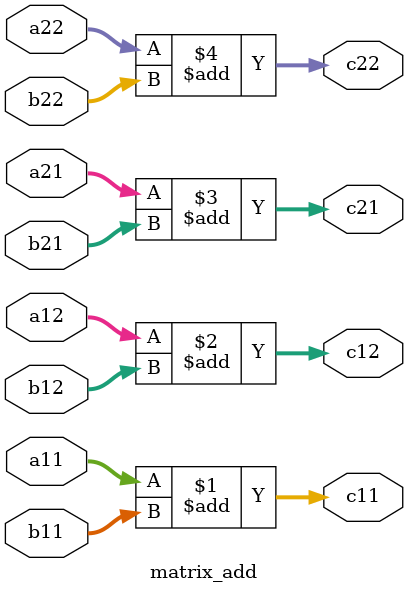
<source format=v>
`timescale 1ns / 1ps

module matrix_add(
    input [31:0] a11, a12, a21, a22,  // 2x2 matrix A
    input [31:0] b11, b12, b21, b22,  // 2x2 matrix B
    output [31:0] c11, c12, c21, c22  // Resultant 2x2 matrix C = A + B
);
    assign c11 = a11 + b11;
    assign c12 = a12 + b12;
    assign c21 = a21 + b21;
    assign c22 = a22 + b22;
endmodule
</source>
